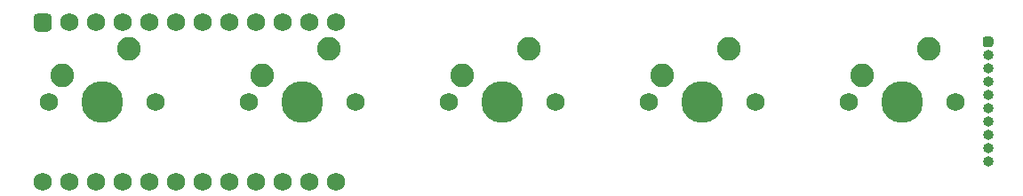
<source format=gts>
%TF.GenerationSoftware,KiCad,Pcbnew,5.99.0+really5.1.10+dfsg1-1*%
%TF.CreationDate,2021-06-06T12:45:26-04:00*%
%TF.ProjectId,5x1,3578312e-6b69-4636-9164-5f7063625858,rev?*%
%TF.SameCoordinates,Original*%
%TF.FileFunction,Soldermask,Top*%
%TF.FilePolarity,Negative*%
%FSLAX46Y46*%
G04 Gerber Fmt 4.6, Leading zero omitted, Abs format (unit mm)*
G04 Created by KiCad (PCBNEW 5.99.0+really5.1.10+dfsg1-1) date 2021-06-06 12:45:26*
%MOMM*%
%LPD*%
G01*
G04 APERTURE LIST*
%ADD10C,1.752600*%
%ADD11O,1.000000X1.000000*%
%ADD12C,2.250000*%
%ADD13C,3.987800*%
%ADD14C,1.750000*%
G04 APERTURE END LIST*
D10*
%TO.C,U1*%
X2540000Y-17145000D03*
X30480000Y-1905000D03*
X5080000Y-17145000D03*
X7620000Y-17145000D03*
X10160000Y-17145000D03*
X12700000Y-17145000D03*
X15240000Y-17145000D03*
X17780000Y-17145000D03*
X20320000Y-17145000D03*
X22860000Y-17145000D03*
X25400000Y-17145000D03*
X27940000Y-17145000D03*
X30480000Y-17145000D03*
X27940000Y-1905000D03*
X25400000Y-1905000D03*
X22860000Y-1905000D03*
X20320000Y-1905000D03*
X17780000Y-1905000D03*
X15240000Y-1905000D03*
X12700000Y-1905000D03*
X10160000Y-1905000D03*
X7620000Y-1905000D03*
X5080000Y-1905000D03*
G36*
G01*
X1663700Y-2343150D02*
X1663700Y-1466850D01*
G75*
G02*
X2101850Y-1028700I438150J0D01*
G01*
X2978150Y-1028700D01*
G75*
G02*
X3416300Y-1466850I0J-438150D01*
G01*
X3416300Y-2343150D01*
G75*
G02*
X2978150Y-2781300I-438150J0D01*
G01*
X2101850Y-2781300D01*
G75*
G02*
X1663700Y-2343150I0J438150D01*
G01*
G37*
%TD*%
D11*
%TO.C,J_0*%
X92583000Y-15176500D03*
X92583000Y-13906500D03*
X92583000Y-12636500D03*
X92583000Y-11366500D03*
X92583000Y-10096500D03*
X92583000Y-8826500D03*
X92583000Y-7556500D03*
X92583000Y-6286500D03*
X92583000Y-5016500D03*
G36*
G01*
X92083000Y-3996500D02*
X92083000Y-3496500D01*
G75*
G02*
X92333000Y-3246500I250000J0D01*
G01*
X92833000Y-3246500D01*
G75*
G02*
X93083000Y-3496500I0J-250000D01*
G01*
X93083000Y-3996500D01*
G75*
G02*
X92833000Y-4246500I-250000J0D01*
G01*
X92333000Y-4246500D01*
G75*
G02*
X92083000Y-3996500I0J250000D01*
G01*
G37*
%TD*%
D12*
%TO.C,MX_5*%
X86931500Y-4445000D03*
D13*
X84391500Y-9525000D03*
D12*
X80581500Y-6985000D03*
D14*
X79311500Y-9525000D03*
X89471500Y-9525000D03*
%TD*%
D12*
%TO.C,MX_4*%
X67881500Y-4445000D03*
D13*
X65341500Y-9525000D03*
D12*
X61531500Y-6985000D03*
D14*
X60261500Y-9525000D03*
X70421500Y-9525000D03*
%TD*%
D12*
%TO.C,MX_3*%
X48831500Y-4445000D03*
D13*
X46291500Y-9525000D03*
D12*
X42481500Y-6985000D03*
D14*
X41211500Y-9525000D03*
X51371500Y-9525000D03*
%TD*%
D12*
%TO.C,MX_2*%
X29781500Y-4445000D03*
D13*
X27241500Y-9525000D03*
D12*
X23431500Y-6985000D03*
D14*
X22161500Y-9525000D03*
X32321500Y-9525000D03*
%TD*%
D12*
%TO.C,MX_1*%
X10731500Y-4445000D03*
D13*
X8191500Y-9525000D03*
D12*
X4381500Y-6985000D03*
D14*
X3111500Y-9525000D03*
X13271500Y-9525000D03*
%TD*%
M02*

</source>
